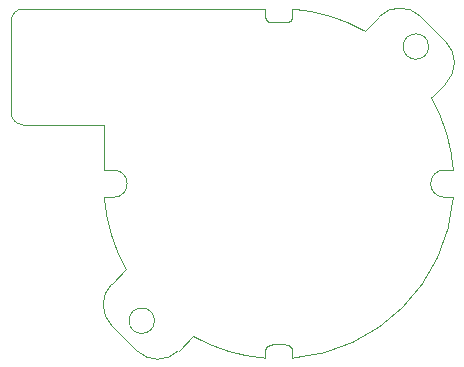
<source format=gbr>
%TF.GenerationSoftware,KiCad,Pcbnew,8.0.2*%
%TF.CreationDate,2025-05-18T13:49:06-07:00*%
%TF.ProjectId,PGS_Stick_Board,5047535f-5374-4696-936b-5f426f617264,rev?*%
%TF.SameCoordinates,Original*%
%TF.FileFunction,Profile,NP*%
%FSLAX46Y46*%
G04 Gerber Fmt 4.6, Leading zero omitted, Abs format (unit mm)*
G04 Created by KiCad (PCBNEW 8.0.2) date 2025-05-18 13:49:06*
%MOMM*%
%LPD*%
G01*
G04 APERTURE LIST*
%TA.AperFunction,Profile*%
%ADD10C,0.010000*%
%TD*%
%ADD11C,0.010000*%
G04 APERTURE END LIST*
D10*
X29559462Y-43461000D02*
G75*
G02*
X28559474Y-42473048I38J1000100D01*
G01*
D11*
X51833008Y-34793852D02*
X51845836Y-34794264D01*
X51858658Y-34794358D01*
X51871466Y-34794137D01*
X51884255Y-34793599D01*
X51897020Y-34792747D01*
X51909753Y-34791581D01*
X51922451Y-34790103D01*
X51935106Y-34788312D01*
X51947713Y-34786210D01*
X51960267Y-34783798D01*
X51972761Y-34781076D01*
X51985190Y-34778047D01*
X51997548Y-34774709D01*
X52009829Y-34771065D01*
X52022027Y-34767115D01*
X52034137Y-34762861D01*
D10*
X59710284Y-34313190D02*
G75*
G02*
X63238792Y-34306094I1767816J-1767810D01*
G01*
X38302495Y-55720979D02*
G75*
G02*
X36444662Y-49605329I12922905J7265779D01*
G01*
D11*
X50124291Y-62414471D02*
X50119695Y-62424525D01*
X50115317Y-62434669D01*
X50111157Y-62444901D01*
X50107217Y-62455217D01*
X50103497Y-62465612D01*
X50100000Y-62476083D01*
X50096726Y-62486628D01*
X50093677Y-62497242D01*
X50090854Y-62507921D01*
X50088257Y-62518663D01*
X50086653Y-62525857D01*
D10*
X38302495Y-55720979D02*
X37082865Y-56940609D01*
X51833008Y-62116806D02*
G75*
G02*
X50616991Y-62116806I-608008J13661594D01*
G01*
D11*
X50394276Y-34754424D02*
X50404524Y-34758568D01*
X50414853Y-34762491D01*
X50425260Y-34766192D01*
X50435740Y-34769669D01*
X50446291Y-34772923D01*
X50456907Y-34775951D01*
X50467587Y-34778752D01*
X50478326Y-34781327D01*
X50489120Y-34783672D01*
X50499966Y-34785789D01*
X50507225Y-34787072D01*
X52335096Y-62435660D02*
X52329997Y-62423837D01*
X52324613Y-62412157D01*
X52318947Y-62400625D01*
X52313001Y-62389245D01*
X52306780Y-62378022D01*
X52300285Y-62366961D01*
X52293522Y-62356068D01*
X52286492Y-62345347D01*
X52279200Y-62334802D01*
X52271649Y-62324440D01*
X52263841Y-62314264D01*
X52255780Y-62304279D01*
X52247470Y-62294492D01*
X52238914Y-62284905D01*
X52230115Y-62275525D01*
X52221077Y-62266357D01*
D10*
X42739720Y-62597463D02*
X43959346Y-61377837D01*
X65367125Y-36434504D02*
X63238754Y-34306132D01*
D11*
X50086653Y-62525857D02*
X50084575Y-62535982D01*
X50082700Y-62546143D01*
X50081029Y-62556335D01*
X50079561Y-62566556D01*
X50078297Y-62576804D01*
X50077237Y-62587074D01*
X50076382Y-62597363D01*
X50075731Y-62607670D01*
X50075285Y-62617990D01*
X50075045Y-62628320D01*
X50075000Y-62635212D01*
D10*
X29559462Y-43461000D02*
X36400000Y-43461000D01*
X36400000Y-47305329D02*
X37225002Y-47305329D01*
X28559402Y-34674966D02*
G75*
G02*
X29559402Y-33675002I999998J-34D01*
G01*
X36400000Y-43461000D02*
X36400000Y-47305329D01*
X65225002Y-49605329D02*
G75*
G02*
X65228393Y-47305276I-2J1150029D01*
G01*
X50075000Y-63235656D02*
G75*
G02*
X43959344Y-61377840I1150000J14780456D01*
G01*
D11*
X52363346Y-34384801D02*
X52365423Y-34374675D01*
X52367298Y-34364514D01*
X52368969Y-34354322D01*
X52370437Y-34344101D01*
X52371702Y-34333853D01*
X52372762Y-34323583D01*
X52373617Y-34313294D01*
X52374268Y-34302987D01*
X52374714Y-34292667D01*
X52374954Y-34282337D01*
X52375000Y-34275446D01*
D10*
X28559402Y-34674966D02*
X28559402Y-42473049D01*
D11*
X52221077Y-62266357D02*
X52212068Y-62257655D01*
X52202861Y-62249181D01*
X52193461Y-62240939D01*
X52183872Y-62232932D01*
X52174099Y-62225162D01*
X52164146Y-62217633D01*
X52154018Y-62210347D01*
X52143719Y-62203308D01*
X52133253Y-62196518D01*
X52122626Y-62189981D01*
X52111842Y-62183700D01*
X52100905Y-62177677D01*
X52089820Y-62171916D01*
X52078592Y-62166420D01*
X52067224Y-62161191D01*
X52055723Y-62156234D01*
D10*
X52375000Y-33675002D02*
X52375000Y-34275446D01*
D11*
X52055723Y-62156234D02*
X52045474Y-62152089D01*
X52035145Y-62148166D01*
X52024738Y-62144465D01*
X52014258Y-62140988D01*
X52003707Y-62137734D01*
X51993091Y-62134706D01*
X51982411Y-62131905D01*
X51971672Y-62129330D01*
X51960878Y-62126985D01*
X51950032Y-62124868D01*
X51942774Y-62123586D01*
X50241656Y-62254176D02*
X50232562Y-62262788D01*
X50223688Y-62271609D01*
X50215036Y-62280633D01*
X50206610Y-62289857D01*
X50198414Y-62299275D01*
X50190449Y-62308884D01*
X50182720Y-62318678D01*
X50175230Y-62328654D01*
X50167982Y-62338807D01*
X50160979Y-62349133D01*
X50154225Y-62359628D01*
X50147722Y-62370286D01*
X50141474Y-62381104D01*
X50135484Y-62392077D01*
X50129755Y-62403200D01*
X50124291Y-62414471D01*
D10*
X42739720Y-62597463D02*
G75*
G02*
X39204182Y-62597445I-1767760J1767693D01*
G01*
X59710284Y-34313190D02*
X58490654Y-35532821D01*
X64147498Y-41189685D02*
X65367135Y-39970048D01*
X39204185Y-62597442D02*
X39204173Y-62597454D01*
X40694609Y-60060719D02*
G75*
G02*
X38544609Y-60060719I-1075000J0D01*
G01*
X38544609Y-60060719D02*
G75*
G02*
X40694609Y-60060719I1075000J0D01*
G01*
X52375000Y-62635212D02*
X52375000Y-63235659D01*
D11*
X50114903Y-34474998D02*
X50120001Y-34486820D01*
X50125385Y-34498500D01*
X50131051Y-34510032D01*
X50136997Y-34521412D01*
X50143218Y-34532635D01*
X50149713Y-34543696D01*
X50156476Y-34554589D01*
X50163506Y-34565310D01*
X50170798Y-34575855D01*
X50178349Y-34586217D01*
X50186157Y-34596393D01*
X50194218Y-34606378D01*
X50202528Y-34616165D01*
X50211084Y-34625752D01*
X50219883Y-34635132D01*
X50228922Y-34644301D01*
D10*
X66005327Y-49605329D02*
X65225002Y-49605329D01*
X65228393Y-47305329D02*
X66005347Y-47305329D01*
D11*
X50075000Y-34275446D02*
X50075158Y-34288280D01*
X50075634Y-34301093D01*
X50076425Y-34313878D01*
X50077530Y-34326631D01*
X50078949Y-34339345D01*
X50080680Y-34352014D01*
X50082721Y-34364633D01*
X50085073Y-34377196D01*
X50087733Y-34389698D01*
X50090701Y-34402132D01*
X50093976Y-34414492D01*
X50097555Y-34426774D01*
X50101439Y-34438971D01*
X50105625Y-34451078D01*
X50110114Y-34463089D01*
X50114903Y-34474998D01*
D10*
X63905390Y-36849939D02*
G75*
G02*
X61755390Y-36849939I-1075000J0D01*
G01*
X61755390Y-36849939D02*
G75*
G02*
X63905390Y-36849939I1075000J0D01*
G01*
D11*
X52325708Y-34496187D02*
X52330303Y-34486132D01*
X52334681Y-34475988D01*
X52338841Y-34465756D01*
X52342781Y-34455440D01*
X52346501Y-34445045D01*
X52349998Y-34434574D01*
X52353272Y-34424029D01*
X52356321Y-34413415D01*
X52359144Y-34402736D01*
X52361741Y-34391994D01*
X52363346Y-34384801D01*
D10*
X64147498Y-41189685D02*
G75*
G02*
X66005334Y-47305330I-12922998J-7265815D01*
G01*
D11*
X50616991Y-62116806D02*
X50604162Y-62116393D01*
X50591340Y-62116299D01*
X50578532Y-62116520D01*
X50565743Y-62117058D01*
X50552978Y-62117910D01*
X50540245Y-62119076D01*
X50527547Y-62120554D01*
X50514892Y-62122345D01*
X50502285Y-62124447D01*
X50489731Y-62126859D01*
X50477237Y-62129581D01*
X50464808Y-62132610D01*
X50452450Y-62135948D01*
X50440169Y-62139592D01*
X50427971Y-62143542D01*
X50415862Y-62147797D01*
X52375000Y-62635212D02*
X52374841Y-62622377D01*
X52374365Y-62609564D01*
X52373574Y-62596779D01*
X52372469Y-62584026D01*
X52371050Y-62571312D01*
X52369319Y-62558643D01*
X52367277Y-62546024D01*
X52364925Y-62533461D01*
X52362265Y-62520959D01*
X52359297Y-62508525D01*
X52356023Y-62496165D01*
X52352443Y-62483883D01*
X52348559Y-62471686D01*
X52344373Y-62459579D01*
X52339885Y-62447568D01*
X52335096Y-62435660D01*
D10*
X50075000Y-33675000D02*
X29559402Y-33675000D01*
X65367125Y-36434504D02*
G75*
G02*
X65367154Y-39970067I-1767825J-1767796D01*
G01*
D11*
X52034137Y-34762861D02*
X52046174Y-34758293D01*
X52058082Y-34753434D01*
X52069855Y-34748286D01*
X52081488Y-34742852D01*
X52092976Y-34737135D01*
X52104315Y-34731139D01*
X52115498Y-34724867D01*
X52126521Y-34718321D01*
X52137380Y-34711505D01*
X52148068Y-34704421D01*
X52158581Y-34697074D01*
X52168914Y-34689465D01*
X52179062Y-34681598D01*
X52189019Y-34673477D01*
X52198781Y-34665104D01*
X52208343Y-34656482D01*
X50415862Y-62147797D02*
X50403824Y-62152364D01*
X50391916Y-62157223D01*
X50380143Y-62162371D01*
X50368510Y-62167805D01*
X50357022Y-62173522D01*
X50345683Y-62179518D01*
X50334500Y-62185790D01*
X50323477Y-62192336D01*
X50312618Y-62199152D01*
X50301930Y-62206236D01*
X50291417Y-62213583D01*
X50281084Y-62221192D01*
X50270936Y-62229059D01*
X50260979Y-62237180D01*
X50251217Y-62245553D01*
X50241656Y-62254176D01*
D10*
X66005327Y-49605329D02*
G75*
G02*
X52375000Y-63235657I-14780327J1149999D01*
G01*
X37225000Y-49605329D02*
X36444660Y-49605329D01*
X37225002Y-47305329D02*
G75*
G02*
X37225000Y-49605331I-2J-1150001D01*
G01*
X50075000Y-63235656D02*
X50075000Y-62635212D01*
X50616991Y-34793852D02*
G75*
G02*
X51833008Y-34793852I608009J-13661594D01*
G01*
D11*
X50228922Y-34644301D02*
X50237930Y-34653002D01*
X50247137Y-34661476D01*
X50256537Y-34669718D01*
X50266126Y-34677725D01*
X50275899Y-34685495D01*
X50285852Y-34693024D01*
X50295980Y-34700310D01*
X50306280Y-34707349D01*
X50316745Y-34714139D01*
X50327372Y-34720676D01*
X50338156Y-34726957D01*
X50349093Y-34732980D01*
X50360178Y-34738741D01*
X50371406Y-34744237D01*
X50382774Y-34749466D01*
X50394276Y-34754424D01*
D10*
X50075000Y-34275446D02*
X50075000Y-33675000D01*
X37082864Y-60476144D02*
G75*
G02*
X37082868Y-56940612I1767766J1767764D01*
G01*
D11*
X51942774Y-62123586D02*
X51932566Y-62121960D01*
X51922332Y-62120539D01*
X51912075Y-62119322D01*
X51901798Y-62118310D01*
X51891505Y-62117503D01*
X51881198Y-62116900D01*
X51870880Y-62116503D01*
X51860555Y-62116311D01*
X51850225Y-62116325D01*
X51839894Y-62116545D01*
X51833008Y-62116806D01*
X52208343Y-34656482D02*
X52217436Y-34647869D01*
X52226310Y-34639048D01*
X52234962Y-34630024D01*
X52243388Y-34620800D01*
X52251584Y-34611382D01*
X52259549Y-34601773D01*
X52267278Y-34591979D01*
X52274768Y-34582003D01*
X52282016Y-34571850D01*
X52289019Y-34561524D01*
X52295773Y-34551029D01*
X52302276Y-34540371D01*
X52308524Y-34529553D01*
X52314514Y-34518580D01*
X52320243Y-34507457D01*
X52325708Y-34496187D01*
X50507225Y-34787072D02*
X50517432Y-34788697D01*
X50527666Y-34790118D01*
X50537923Y-34791335D01*
X50548200Y-34792347D01*
X50558493Y-34793154D01*
X50568800Y-34793757D01*
X50579118Y-34794154D01*
X50589443Y-34794346D01*
X50599773Y-34794332D01*
X50610104Y-34794112D01*
X50616991Y-34793852D01*
D10*
X52375000Y-33675002D02*
G75*
G02*
X58490655Y-35532820I-1150200J-14781098D01*
G01*
X37082864Y-60476144D02*
X39204173Y-62597454D01*
M02*

</source>
